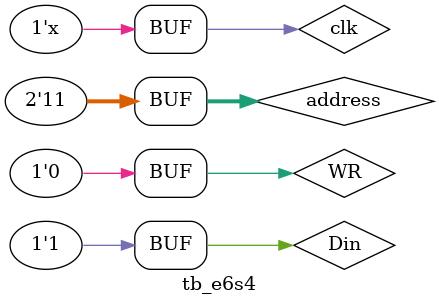
<source format=v>
`timescale 1ns / 1ps


module tb_e6s4;

	// Inputs
	reg [1:0] address;
	reg Din;
	reg WR;
	reg clk;

	// Outputs
	wire [1:0] Dout;

	// Instantiate the Unit Under Test (UUT)
	e6s4 uut (
		.Dout(Dout), 
		.address(address), 
		.Din(Din), 
		.WR(WR), 
		.clk(clk)
	);

	initial begin
		// Initialize Inputs
		$monitor("address = %b Data in = %b Data out = %b Write = %b", address, Din, Dout, WR);
		address = 00;
		Din = 0;
		WR = 1;
		clk = 1;
		
		#10 	Din=1;address=01; 
		#10		Din=0;address=10;
		#10		Din=1;address=11;
		#10 	WR=0;
		#10 	address=00;
		#10		address=01;
		#10 	address=10;
		#10     address=11;
	end
	always begin
		#5 clk=~clk;
	end	
endmodule


</source>
